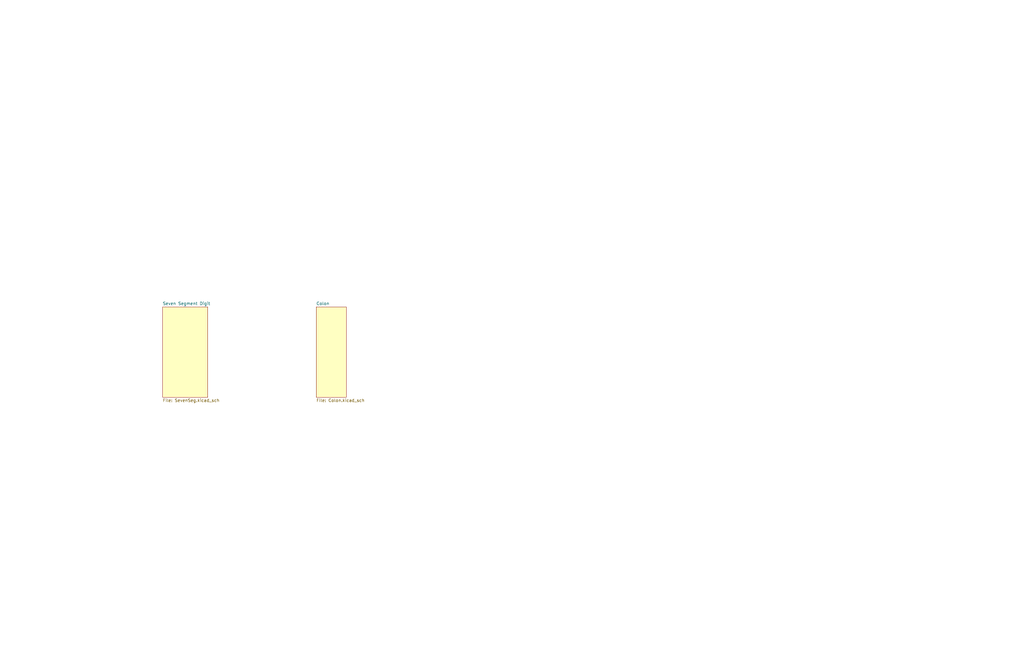
<source format=kicad_sch>
(kicad_sch (version 20230121) (generator eeschema)
  (paper "B")
  (title_block (title "Seven Segment Mission Clock - Overview") (date "2023-10-22") (company "Thomas Francois") (comment 1 "W0EEE"))
  (lib_symbols)
  (sheet (at 133.35 129.54) (size 12.7 38.1) (stroke (width 0.1524)) (fill (color 255 255 194 1.0000))
    (property "Sheetname" "Colon" (at 133.35 128.8284 0) (effects (justify left bottom)))
    (property "Sheetfile" "Colon.kicad_sch" (at 133.35 168.2246 0) (effects (justify left top)))
  )
  (sheet (at 68.58 129.54) (size 19.05 38.1) (stroke (width 0.1524)) (fill (color 255 255 194 1.0000))
    (property "Sheetname" "Seven Segment Digit" (at 68.58 128.8284 0) (effects (justify left bottom)))
    (property "Sheetfile" "SevenSeg.kicad_sch" (at 68.58 168.2246 0) (effects (justify left top)))
  )
)
</source>
